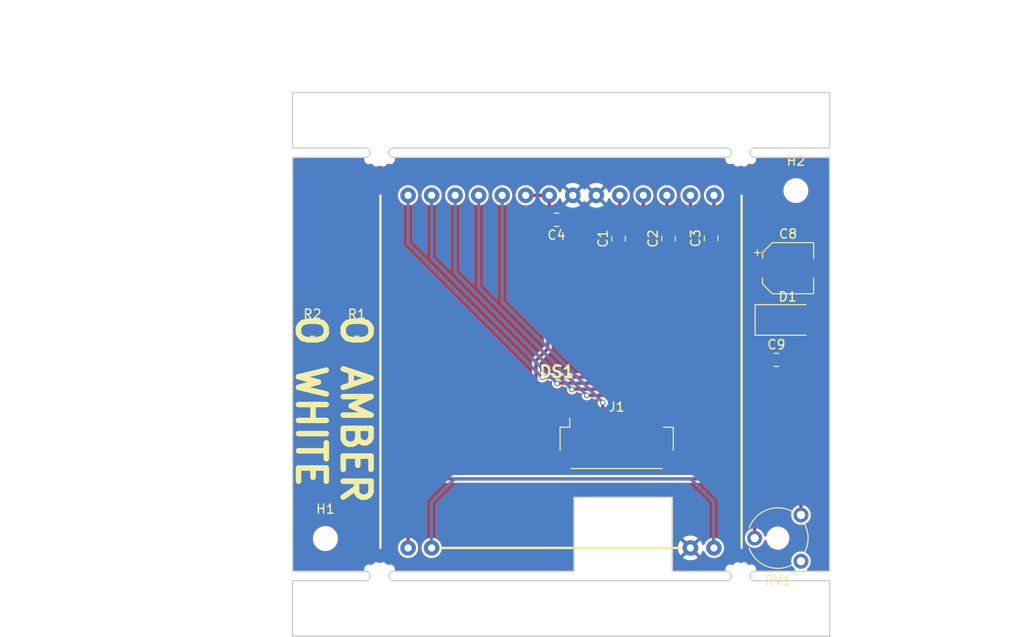
<source format=kicad_pcb>
(kicad_pcb (version 20221018) (generator pcbnew)
  (layers (0 "F.Cu" signal "Top") (31 "B.Cu" signal "Bottom") (34 "B.Paste" user) (35 "F.Paste" user) (36 "B.SilkS" user "B.Silkscreen") (37 "F.SilkS" user "F.Silkscreen") (38 "B.Mask" user) (39 "F.Mask" user) (44 "Edge.Cuts" user))
  (net 0 "")
  (net 1 "GND")
  (net 2 "+3V3")
  (net 3 "Net-(DS1-VB1+)")
  (net 4 "Net-(DS1-VB1-)")
  (net 5 "Net-(DS1-VB0-)")
  (net 6 "Net-(DS1-VB0+)")
  (net 7 "Net-(DS1-VLCD)")
  (net 8 "MOSI")
  (net 9 "SCK")
  (net 10 "LED1")
  (net 11 "Net-(DS1-NC_2)")
  (net 12 "INSTR.BEL")
  (net 13 "Net-(R1-Pad2)")
  (net 14 "D22")
  (net 15 "D23")
  (net 17 "D24")
  (net 18 "D25")
  (footprint "Capacitor_SMD:C_0805_2012Metric" (layer "F.Cu") (at 158.71 91.0375 90)
    (fp_text reference "C2" (at 0 -1.68 90) (layer "F.SilkS"))
    (fp_text value "1u")
    (fp_line (start -0.261252 -0.735) (end 0.261252 -0.735) (stroke (width 0.12)) (layer "F.SilkS"))
    (fp_line (start -0.261252 0.735) (end 0.261252 0.735) (stroke (width 0.12)) (layer "F.SilkS"))
    (pad "1" smd roundrect (at -0.95 0 90) (size 1 1.45) (layers "F.Cu" "F.Paste" "F.Mask") (net 6 "Net-(DS1-VB0+)"))
    (pad "2" smd roundrect (at 0.95 0 90) (size 1 1.45) (layers "F.Cu" "F.Paste" "F.Mask") (net 5 "Net-(DS1-VB0-)"))
  )
  (footprint "Capacitor_SMD:C_0805_2012Metric" (layer "F.Cu") (at 163.31 91 90)
    (fp_text reference "C3" (at 0 -1.68 90) (layer "F.SilkS"))
    (fp_text value "1u")
    (fp_line (start -0.261252 -0.735) (end 0.261252 -0.735) (stroke (width 0.12)) (layer "F.SilkS"))
    (fp_line (start -0.261252 0.735) (end 0.261252 0.735) (stroke (width 0.12)) (layer "F.SilkS"))
    (pad "1" smd roundrect (at -0.95 0 90) (size 1 1.45) (layers "F.Cu" "F.Paste" "F.Mask") (net 1 "GND"))
    (pad "2" smd roundrect (at 0.95 0 90) (size 1 1.45) (layers "F.Cu" "F.Paste" "F.Mask") (net 7 "Net-(DS1-VLCD)"))
  )
  (footprint "Capacitor_SMD:C_0805_2012Metric" (layer "F.Cu") (at 153.31 91.0375 90)
    (fp_text reference "C1" (at 0 -1.68 90) (layer "F.SilkS"))
    (fp_text value "1u")
    (fp_line (start -0.261252 -0.735) (end 0.261252 -0.735) (stroke (width 0.12)) (layer "F.SilkS"))
    (fp_line (start -0.261252 0.735) (end 0.261252 0.735) (stroke (width 0.12)) (layer "F.SilkS"))
    (pad "1" smd roundrect (at -0.95 0 90) (size 1 1.45) (layers "F.Cu" "F.Paste" "F.Mask") (net 4 "Net-(DS1-VB1-)"))
    (pad "2" smd roundrect (at 0.95 0 90) (size 1 1.45) (layers "F.Cu" "F.Paste" "F.Mask") (net 3 "Net-(DS1-VB1+)"))
  )
  (footprint "Capacitor_SMD:C_0805_2012Metric" (layer "F.Cu") (at 146.61 89 180)
    (fp_text reference "C4" (at 0 -1.65) (layer "F.SilkS"))
    (fp_text value "100n")
    (fp_line (start -0.258578 -0.71) (end 0.258578 -0.71) (stroke (width 0.12)) (layer "F.SilkS"))
    (fp_line (start -0.258578 0.71) (end 0.258578 0.71) (stroke (width 0.12)) (layer "F.SilkS"))
    (pad "1" smd roundrect (at -0.9375 0 180) (size 0.975 1.4) (layers "F.Cu" "F.Paste" "F.Mask") (net 1 "GND"))
    (pad "2" smd roundrect (at 0.9375 0 180) (size 0.975 1.4) (layers "F.Cu" "F.Paste" "F.Mask") (net 2 "+3V3"))
  )
  (footprint "Capacitor_SMD:CP_Elec_5x3" (layer "F.Cu") (at 171.618 94.234)
    (fp_text reference "C8" (at 0 -3.7) (layer "F.SilkS"))
    (fp_text value "22u")
    (fp_line (start -3.625 -1.685) (end -3 -1.685) (stroke (width 0.12)) (layer "F.SilkS"))
    (fp_line (start -3.3125 -1.9975) (end -3.3125 -1.3725) (stroke (width 0.12)) (layer "F.SilkS"))
    (fp_line (start -2.76 -1.695563) (end -2.76 -1.06) (stroke (width 0.12)) (layer "F.SilkS"))
    (fp_line (start -2.76 -1.695563) (end -1.695563 -2.76) (stroke (width 0.12)) (layer "F.SilkS"))
    (fp_line (start -2.76 1.695563) (end -2.76 1.06) (stroke (width 0.12)) (layer "F.SilkS"))
    (fp_line (start -2.76 1.695563) (end -1.695563 2.76) (stroke (width 0.12)) (layer "F.SilkS"))
    (fp_line (start -1.695563 -2.76) (end 2.76 -2.76) (stroke (width 0.12)) (layer "F.SilkS"))
    (fp_line (start -1.695563 2.76) (end 2.76 2.76) (stroke (width 0.12)) (layer "F.SilkS"))
    (fp_line (start 2.76 -2.76) (end 2.76 -1.06) (stroke (width 0.12)) (layer "F.SilkS"))
    (fp_line (start 2.76 2.76) (end 2.76 1.06) (stroke (width 0.12)) (layer "F.SilkS"))
    (pad "1" smd roundrect (at -2.2 0) (size 3 1.6) (layers "F.Cu" "F.Paste" "F.Mask") (roundrect_rratio 0.15625) (net 12 "INSTR.BEL"))
    (pad "2" smd roundrect (at 2.2 0) (size 3 1.6) (layers "F.Cu" "F.Paste" "F.Mask") (roundrect_rratio 0.15625) (net 1 "GND"))
  )
  (footprint "Capacitor_SMD:C_0805_2012Metric" (layer "F.Cu") (at 170.3555 104.14)
    (fp_text reference "C9" (at 0 -1.65) (layer "F.SilkS"))
    (fp_text value "100n")
    (fp_line (start -0.258578 -0.71) (end 0.258578 -0.71) (stroke (width 0.12)) (layer "F.SilkS"))
    (fp_line (start -0.258578 0.71) (end 0.258578 0.71) (stroke (width 0.12)) (layer "F.SilkS"))
    (pad "1" smd roundrect (at -0.9375 0) (size 0.975 1.4) (layers "F.Cu" "F.Paste" "F.Mask") (net 12 "INSTR.BEL"))
    (pad "2" smd roundrect (at 0.9375 0) (size 0.975 1.4) (layers "F.Cu" "F.Paste" "F.Mask") (net 1 "GND"))
  )
  (footprint "Diode_SMD:D_SMA" (layer "F.Cu") (at 171.568 99.822)
    (fp_text reference "D1" (at 0 -2.5) (layer "F.SilkS"))
    (fp_text value "SMAJ15CA")
    (fp_line (start -3.51 -1.65) (end -3.51 1.65) (stroke (width 0.12)) (layer "F.SilkS"))
    (fp_line (start -3.51 -1.65) (end 2 -1.65) (stroke (width 0.12)) (layer "F.SilkS"))
    (fp_line (start -3.51 1.65) (end 2 1.65) (stroke (width 0.12)) (layer "F.SilkS"))
    (pad "1" smd roundrect (at -2 0) (size 2.5 1.8) (layers "F.Cu" "F.Paste" "F.Mask") (roundrect_rratio 0.1388888889) (net 12 "INSTR.BEL"))
    (pad "2" smd roundrect (at 2 0) (size 2.5 1.8) (layers "F.Cu" "F.Paste" "F.Mask") (roundrect_rratio 0.1388888889) (net 1 "GND"))
  )
  (footprint "fiz-o-matic:EA-DOGS102W-6" (layer "F.Cu") (at 147.1 105.41)
    (fp_text reference "DS1" (at -0.45365 0.01496) (layer "F.SilkS") (effects (font (size 1.27 1.27) (thickness 0.254))))
    (fp_text value "EA_DOGS102W-6" hide)
    (fp_line (start -19.5 -19.05) (end -19.5 19.05) (stroke (width 0.254)) (layer "F.SilkS"))
    (fp_line (start -13 19.05) (end 13 19.05) (stroke (width 0.254)) (layer "F.SilkS"))
    (fp_line (start 19.5 -19.05) (end 19.5 19.05) (stroke (width 0.254)) (layer "F.SilkS"))
    (pad "1" thru_hole circle (at -16.51 19.05) (size 1.68 1.68) (drill 0.78) (layers "*.Cu" "*.Mask") (net 10 "LED1"))
    (pad "2" thru_hole circle (at -13.97 19.05) (size 1.68 1.68) (drill 0.78) (layers "*.Cu" "*.Mask") (net 11 "Net-(DS1-NC_2)"))
    (pad "13" thru_hole circle (at 13.97 19.05) (size 1.68 1.68) (drill 0.78) (layers "*.Cu" "*.Mask") (net 1 "GND"))
    (pad "14" thru_hole circle (at 16.51 19.05) (size 1.68 1.68) (drill 0.78) (layers "*.Cu" "*.Mask") (net 11 "Net-(DS1-NC_2)"))
    (pad "15" thru_hole circle (at 16.51 -19.05) (size 1.68 1.68) (drill 0.78) (layers "*.Cu" "*.Mask") (net 7 "Net-(DS1-VLCD)"))
    (pad "16" thru_hole circle (at 13.97 -19.05) (size 1.68 1.68) (drill 0.78) (layers "*.Cu" "*.Mask") (net 4 "Net-(DS1-VB1-)"))
    (pad "17" thru_hole circle (at 11.43 -19.05) (size 1.68 1.68) (drill 0.78) (layers "*.Cu" "*.Mask") (net 5 "Net-(DS1-VB0-)"))
    (pad "18" thru_hole circle (at 8.89 -19.05) (size 1.68 1.68) (drill 0.78) (layers "*.Cu" "*.Mask") (net 6 "Net-(DS1-VB0+)"))
    (pad "19" thru_hole circle (at 6.35 -19.05) (size 1.68 1.68) (drill 0.78) (layers "*.Cu" "*.Mask") (net 3 "Net-(DS1-VB1+)"))
    (pad "20" thru_hole circle (at 3.81 -19.05) (size 1.68 1.68) (drill 0.78) (layers "*.Cu" "*.Mask") (net 1 "GND"))
    (pad "21" thru_hole circle (at 1.27 -19.05) (size 1.68 1.68) (drill 0.78) (layers "*.Cu" "*.Mask") (net 1 "GND"))
    (pad "22" thru_hole circle (at -1.27 -19.05) (size 1.68 1.68) (drill 0.78) (layers "*.Cu" "*.Mask") (net 2 "+3V3"))
    (pad "23" thru_hole circle (at -3.81 -19.05) (size 1.68 1.68) (drill 0.78) (layers "*.Cu" "*.Mask") (net 2 "+3V3"))
    (pad "24" thru_hole circle (at -6.35 -19.05) (size 1.68 1.68) (drill 0.78) (layers "*.Cu" "*.Mask") (net 8 "MOSI"))
    (pad "25" thru_hole circle (at -8.89 -19.05) (size 1.68 1.68) (drill 0.78) (layers "*.Cu" "*.Mask") (net 9 "SCK"))
    (pad "26" thru_hole circle (at -11.43 -19.05) (size 1.68 1.68) (drill 0.78) (layers "*.Cu" "*.Mask") (net 14 "D22"))
    (pad "27" thru_hole circle (at -13.97 -19.05) (size 1.68 1.68) (drill 0.78) (layers "*.Cu" "*.Mask") (net 15 "D23"))
    (pad "28" thru_hole circle (at -16.51 -19.05) (size 1.68 1.68) (drill 0.78) (layers "*.Cu" "*.Mask") (net 17 "D24"))
  )
  (footprint "Potentiometer_THT:Potentiometer_Piher_PT-6-V_Vertical_Hole" (layer "F.Cu") (at 173.01 120.9 180)
    (fp_text reference "RV1" (at 2.5 -7.06 180) (layer "F.SilkS"))
    (fp_text value "2.5k")
    (fp_arc (start -0.413387 -1.014798) (mid -0.770114 -2.499325) (end -0.414 -3.984) (stroke (width 0.12)) (layer "F.SilkS"))
    (fp_arc (start 1.016032 -5.413829) (mid 3.725524 -5.531609) (end 5.592 -3.564) (stroke (width 0.12)) (layer "F.SilkS"))
    (fp_arc (start 2.556863 0.770075) (mid 1.764071 0.686696) (end 1.015 0.414) (stroke (width 0.12)) (layer "F.SilkS"))
    (fp_arc (start 5.591846 -1.435392) (mid 4.398899 0.162158) (end 2.5 0.77) (stroke (width 0.12)) (layer "F.SilkS"))
    (pad "" np_thru_hole circle (at 2.5 -2.5 180) (size 2 2) (drill 2) (layers "*.Cu" "*.Mask"))
    (pad "1" thru_hole circle (at 0 0 180) (size 1.62 1.62) (drill 0.9) (layers "*.Cu" "*.Mask") (net 12 "INSTR.BEL"))
    (pad "2" thru_hole circle (at 5 -2.5 180) (size 1.62 1.62) (drill 0.9) (layers "*.Cu" "*.Mask") (net 13 "Net-(R1-Pad2)"))
    (pad "3" thru_hole circle (at 0 -5 180) (size 1.62 1.62) (drill 0.9) (layers "*.Cu" "*.Mask"))
  )
  (footprint "MountingHole:MountingHole_2.2mm_M2" (layer "F.Cu") (at 172.46 85.85)
    (fp_text reference "H2" (at 0 -3.2) (layer "F.SilkS"))
    (fp_text value "MountingHole")
    (pad "" np_thru_hole circle (at 0 0) (size 2.2 2.2) (drill 2.2) (layers "*.Cu" "*.Mask"))
  )
  (footprint "MountingHole:MountingHole_2.2mm_M2" (layer "F.Cu") (at 121.66 123.45)
    (fp_text reference "H1" (at 0 -3.2) (layer "F.SilkS"))
    (fp_text value "MountingHole")
    (pad "" np_thru_hole circle (at 0 0) (size 2.2 2.2) (drill 2.2) (layers "*.Cu" "*.Mask"))
  )
  (footprint "Resistor_SMD:R_0805_2012Metric" (layer "F.Cu") (at 125.06 100.85)
    (fp_text reference "R1" (at 0 -1.65) (layer "F.SilkS"))
    (fp_text value "1k")
    (fp_line (start -0.227064 -0.735) (end 0.227064 -0.735) (stroke (width 0.12)) (layer "F.SilkS"))
    (fp_line (start -0.227064 0.735) (end 0.227064 0.735) (stroke (width 0.12)) (layer "F.SilkS"))
    (pad "1" smd roundrect (at -0.9125 0) (size 1.025 1.4) (layers "F.Cu" "F.Paste" "F.Mask") (roundrect_rratio 0.243902) (net 10 "LED1"))
    (pad "2" smd roundrect (at 0.9125 0) (size 1.025 1.4) (layers "F.Cu" "F.Paste" "F.Mask") (roundrect_rratio 0.243902) (net 13 "Net-(R1-Pad2)"))
  )
  (footprint "fiz-o-matic:mouse-bite-1mm-slot" (layer "F.Cu") (at 166.51 81.75)
    (fp_text reference "H4" hide)
    (fp_text value "MouseBite" hide)
    (fp_arc (start -1.5 -0.5) (mid -1 0) (end -1.5 0.5) (stroke (width 0.1)) (layer "F.SilkS"))
    (fp_arc (start 1.5 0.5) (mid 1 0) (end 1.5 -0.5) (stroke (width 0.1)) (layer "F.SilkS"))
    (pad "" np_thru_hole circle (at -1.15 0.75) (size 0.5 0.5) (drill 0.5) (layers "*.Cu" "*.Mask"))
    (pad "" np_thru_hole circle (at -0.35 1) (size 0.5 0.5) (drill 0.5) (layers "*.Cu" "*.Mask"))
    (pad "" np_thru_hole circle (at 0.35 1) (size 0.5 0.5) (drill 0.5) (layers "*.Cu" "*.Mask"))
    (pad "" np_thru_hole circle (at 1.15 0.75) (size 0.5 0.5) (drill 0.5) (layers "*.Cu" "*.Mask"))
  )
  (footprint "fiz-o-matic:mouse-bite-1mm-slot" (layer "F.Cu") (at 127.51 81.75)
    (fp_text reference "H3" hide)
    (fp_text value "MouseBite" hide)
    (fp_arc (start -1.5 -0.5) (mid -1 0) (end -1.5 0.5) (stroke (width 0.1)) (layer "F.SilkS"))
    (fp_arc (start 1.5 0.5) (mid 1 0) (end 1.5 -0.5) (stroke (width 0.1)) (layer "F.SilkS"))
    (pad "" np_thru_hole circle (at -1.15 0.75) (size 0.5 0.5) (drill 0.5) (layers "*.Cu" "*.Mask"))
    (pad "" np_thru_hole circle (at -0.35 1) (size 0.5 0.5) (drill 0.5) (layers "*.Cu" "*.Mask"))
    (pad "" np_thru_hole circle (at 0.35 1) (size 0.5 0.5) (drill 0.5) (layers "*.Cu" "*.Mask"))
    (pad "" np_thru_hole circle (at 1.15 0.75) (size 0.5 0.5) (drill 0.5) (layers "*.Cu" "*.Mask"))
  )
  (footprint "fiz-o-matic:mouse-bite-1mm-slot" (layer "F.Cu") (at 166.51 127.5 180)
    (fp_text reference "H6" hide)
    (fp_text value "MouseBite" hide)
    (fp_arc (start -1.5 -0.5) (mid -1 0) (end -1.5 0.5) (stroke (width 0.1)) (layer "F.SilkS"))
    (fp_arc (start 1.5 0.5) (mid 1 0) (end 1.5 -0.5) (stroke (width 0.1)) (layer "F.SilkS"))
    (pad "" np_thru_hole circle (at -1.15 0.75 180) (size 0.5 0.5) (drill 0.5) (layers "*.Cu" "*.Mask"))
    (pad "" np_thru_hole circle (at -0.35 1 180) (size 0.5 0.5) (drill 0.5) (layers "*.Cu" "*.Mask"))
    (pad "" np_thru_hole circle (at 0.35 1 180) (size 0.5 0.5) (drill 0.5) (layers "*.Cu" "*.Mask"))
    (pad "" np_thru_hole circle (at 1.15 0.75 180) (size 0.5 0.5) (drill 0.5) (layers "*.Cu" "*.Mask"))
  )
  (footprint "Resistor_SMD:R_0805_2012Metric" (layer "F.Cu") (at 120.26 100.85)
    (fp_text reference "R2" (at 0 -1.65) (layer "F.SilkS"))
    (fp_text value "560")
    (fp_line (start -0.227064 -0.735) (end 0.227064 -0.735) (stroke (width 0.12)) (layer "F.SilkS"))
    (fp_line (start -0.227064 0.735) (end 0.227064 0.735) (stroke (width 0.12)) (layer "F.SilkS"))
    (pad "1" smd roundrect (at -0.9125 0) (size 1.025 1.4) (layers "F.Cu" "F.Paste" "F.Mask") (roundrect_rratio 0.243902) (net 10 "LED1"))
    (pad "2" smd roundrect (at 0.9125 0) (size 1.025 1.4) (layers "F.Cu" "F.Paste" "F.Mask") (roundrect_rratio 0.243902) (net 13 "Net-(R1-Pad2)"))
  )
  (footprint "Connector_JST:JST_SH_SM10B-SRSS-TB_1x10-1MP_P1.00mm_Horizontal" (layer "F.Cu") (at 153.11 113.2)
    (fp_text reference "J1" (at 0 -3.98) (layer "F.SilkS"))
    (fp_text value "Conn_01x10_MountingPin")
    (fp_line (start -6.11 -1.785) (end -5.06 -1.785) (stroke (width 0.12)) (layer "F.SilkS"))
    (fp_line (start -6.11 0.715) (end -6.11 -1.785) (stroke (width 0.12)) (layer "F.SilkS"))
    (fp_line (start -5.06 -1.785) (end -5.06 -2.775) (stroke (width 0.12)) (layer "F.SilkS"))
    (fp_line (start -4.94 2.685) (end 4.94 2.685) (stroke (width 0.12)) (layer "F.SilkS"))
    (fp_line (start 6.11 -1.785) (end 5.06 -1.785) (stroke (width 0.12)) (layer "F.SilkS"))
    (fp_line (start 6.11 0.715) (end 6.11 -1.785) (stroke (width 0.12)) (layer "F.SilkS"))
    (pad "1" smd roundrect (at -4.5 -2) (size 0.6 1.55) (layers "F.Cu" "F.Paste" "F.Mask") (net 2 "+3V3"))
    (pad "2" smd roundrect (at -3.5 -2) (size 0.6 1.55) (layers "F.Cu" "F.Paste" "F.Mask") (net 1 "GND"))
    (pad "3" smd roundrect (at -2.5 -2) (size 0.6 1.55) (layers "F.Cu" "F.Paste" "F.Mask"))
    (pad "4" smd roundrect (at -1.5 -2) (size 0.6 1.55) (layers "F.Cu" "F.Paste" "F.Mask") (net 8 "MOSI"))
    (pad "5" smd roundrect (at -0.5 -2) (size 0.6 1.55) (layers "F.Cu" "F.Paste" "F.Mask") (net 9 "SCK"))
    (pad "6" smd roundrect (at 0.5 -2) (size 0.6 1.55) (layers "F.Cu" "F.Paste" "F.Mask") (net 14 "D22"))
    (pad "7" smd roundrect (at 1.5 -2) (size 0.6 1.55) (layers "F.Cu" "F.Paste" "F.Mask") (net 15 "D23"))
    (pad "8" smd roundrect (at 2.5 -2) (size 0.6 1.55) (layers "F.Cu" "F.Paste" "F.Mask") (net 17 "D24"))
    (pad "9" smd roundrect (at 3.5 -2) (size 0.6 1.55) (layers "F.Cu" "F.Paste" "F.Mask") (net 18 "D25"))
    (pad "10" smd roundrect (at 4.5 -2) (size 0.6 1.55) (layers "F.Cu" "F.Paste" "F.Mask") (net 12 "INSTR.BEL"))
    (pad "MP" smd roundrect (at -5.8 1.875) (size 1.2 1.8) (layers "F.Cu" "F.Paste" "F.Mask") (roundrect_rratio 0.208333) (net 1 "GND"))
    (pad "MP" smd roundrect (at 5.8 1.875) (size 1.2 1.8) (layers "F.Cu" "F.Paste" "F.Mask") (roundrect_rratio 0.208333) (net 1 "GND"))
  )
  (footprint "fiz-o-matic:mouse-bite-1mm-slot" (layer "F.Cu") (at 127.51 127.5 180)
    (fp_text reference "H5" hide)
    (fp_text value "MouseBite" hide)
    (fp_arc (start -1.5 -0.5) (mid -1 0) (end -1.5 0.5) (stroke (width 0.1)) (layer "F.SilkS"))
    (fp_arc (start 1.5 0.5) (mid 1 0) (end 1.5 -0.5) (stroke (width 0.1)) (layer "F.SilkS"))
    (pad "" np_thru_hole circle (at -1.15 0.75 180) (size 0.5 0.5) (drill 0.5) (layers "*.Cu" "*.Mask"))
    (pad "" np_thru_hole circle (at -0.35 1 180) (size 0.5 0.5) (drill 0.5) (layers "*.Cu" "*.Mask"))
    (pad "" np_thru_hole circle (at 0.35 1 180) (size 0.5 0.5) (drill 0.5) (layers "*.Cu" "*.Mask"))
    (pad "" np_thru_hole circle (at 1.15 0.75 180) (size 0.5 0.5) (drill 0.5) (layers "*.Cu" "*.Mask"))
  )
  (gr_arc (start 168.01 82.252493) (mid 167.507507 81.75) (end 168.01 81.247507) (stroke (width 0.15)) (layer "Edge.Cuts"))
  (gr_line (start 159.11 127) (end 159.11 119) (stroke (width 0.15)) (layer "Edge.Cuts"))
  (gr_arc (start 165.01 81.25) (mid 165.51 81.75) (end 165.01 82.25) (stroke (width 0.15)) (layer "Edge.Cuts"))
  (gr_arc (start 129.01 128) (mid 128.51 127.5) (end 129.01 127) (stroke (width 0.15)) (layer "Edge.Cuts"))
  (gr_line (start 159.11 127) (end 165.01 127) (stroke (width 0.15)) (layer "Edge.Cuts"))
  (gr_arc (start 129.01 82.25) (mid 128.51 81.75) (end 129.01 81.25) (stroke (width 0.15)) (layer "Edge.Cuts"))
  (gr_line (start 176.11 82.25) (end 168.01 82.252493) (stroke (width 0.15)) (layer "Edge.Cuts"))
  (gr_line (start 129.01 128) (end 165.01 128) (stroke (width 0.15)) (layer "Edge.Cuts"))
  (gr_line (start 176.11 81.25) (end 176.11 75.25) (stroke (width 0.15)) (layer "Edge.Cuts"))
  (gr_line (start 118.11 127) (end 118.11 82.25) (stroke (width 0.15)) (layer "Edge.Cuts"))
  (gr_line (start 148.51 119) (end 148.51 127) (stroke (width 0.15)) (layer "Edge.Cuts"))
  (gr_line (start 118.11 128) (end 126.01 128) (stroke (width 0.15)) (layer "Edge.Cuts"))
  (gr_line (start 176.11 75.25) (end 118.11 75.25) (stroke (width 0.15)) (layer "Edge.Cuts"))
  (gr_line (start 118.11 127) (end 126.01 127) (stroke (width 0.15)) (layer "Edge.Cuts"))
  (gr_line (start 168.01 128) (end 176.11 128) (stroke (width 0.15)) (layer "Edge.Cuts"))
  (gr_arc (start 165.01 127) (mid 165.51 127.5) (end 165.01 128) (stroke (width 0.15)) (layer "Edge.Cuts"))
  (gr_line (start 129.01 82.25) (end 165.01 82.25) (stroke (width 0.15)) (layer "Edge.Cuts"))
  (gr_line (start 126.01 82.25) (end 118.11 82.25) (stroke (width 0.15)) (layer "Edge.Cuts"))
  (gr_line (start 159.11 119) (end 148.51 119) (stroke (width 0.15)) (layer "Edge.Cuts"))
  (gr_line (start 118.11 81.25) (end 126.01 81.25) (stroke (width 0.15)) (layer "Edge.Cuts"))
  (gr_arc (start 126.01 81.25) (mid 126.51 81.75) (end 126.01 82.25) (stroke (width 0.15)) (layer "Edge.Cuts"))
  (gr_line (start 176.11 134) (end 118.11 134) (stroke (width 0.15)) (layer "Edge.Cuts"))
  (gr_line (start 129.01 81.25) (end 165.01 81.25) (stroke (width 0.15)) (layer "Edge.Cuts"))
  (gr_line (start 176.11 128) (end 176.11 134) (stroke (width 0.15)) (layer "Edge.Cuts"))
  (gr_arc (start 168.01 128) (mid 167.51 127.5) (end 168.01 127) (stroke (width 0.15)) (layer "Edge.Cuts"))
  (gr_arc (start 126.01 127) (mid 126.51 127.5) (end 126.01 128) (stroke (width 0.15)) (layer "Edge.Cuts"))
  (gr_line (start 129.01 127) (end 148.51 127) (stroke (width 0.15)) (layer "Edge.Cuts"))
  (gr_line (start 118.11 75.25) (end 118.11 81.25) (stroke (width 0.15)) (layer "Edge.Cuts"))
  (gr_line (start 176.11 127) (end 176.11 82.25) (stroke (width 0.15)) (layer "Edge.Cuts"))
  (gr_line (start 168.01 127) (end 176.11 127) (stroke (width 0.15)) (layer "Edge.Cuts"))
  (gr_line (start 168.01 81.247507) (end 176.11 81.25) (stroke (width 0.15)) (layer "Edge.Cuts"))
  (gr_line (start 118.11 134) (end 118.11 128) (stroke (width 0.15)) (layer "Edge.Cuts"))
  (gr_text "DOGS102_v0.12" (at 120.86 83 270) (layer "F.Cu") (effects (font (size 1.2065 1.2065) (thickness 0.1016)) (justify left top)))
  (gr_text "O AMBER\nO WHITE" (at 118.36 99 270) (layer "F.SilkS") (effects (font (size 3 3) (thickness 0.6) bold) (justify left bottom)))
  (segment (start 145.6725 87.7375) (end 145.83 87.58) (width 0.35) (layer "F.Cu") (net 2))
  (segment (start 144.400808 104.209192) (end 144.400808 107.540808) (width 0.35) (layer "F.Cu") (net 2))
  (segment (start 145.83 86.36) (end 143.29 86.36) (width 0.35) (layer "F.Cu") (net 2))
  (segment (start 145.6725 89) (end 145.6725 87.7375) (width 0.35) (layer "F.Cu") (net 2))
  (segment (start 145.83 87.58) (end 145.83 86.36) (width 0.35) (layer "F.Cu") (net 2))
  (segment (start 145.6725 89) (end 145.6725 102.9375) (width 0.35) (layer "F.Cu") (net 2))
  (segment (start 144.400808 107.540808) (end 145.61 108.75) (width 0.35) (layer "F.Cu") (net 2))
  (segment (start 148.61 111.2) (end 148.61 110.25) (width 0.35) (layer "F.Cu") (net 2))
  (segment (start 147.11 108.75) (end 148.61 110.25) (width 0.35) (layer "F.Cu") (net 2))
  (segment (start 145.61 108.75) (end 147.11 108.75) (width 0.35) (layer "F.Cu") (net 2))
  (segment (start 145.6725 102.9375) (end 144.400808 104.209192) (width 0.35) (layer "F.Cu") (net 2))
  (segment (start 153.45 88.66) (end 153.31 88.8) (width 0.35) (layer "F.Cu") (net 3))
  (segment (start 153.45 86.36) (end 153.45 88.66) (width 0.35) (layer "F.Cu") (net 3))
  (segment (start 153.31 90.0875) (end 153.31 88.8) (width 0.35) (layer "F.Cu") (net 3))
  (segment (start 153.31 93.2) (end 153.31 91.9875) (width 0.35) (layer "F.Cu") (net 4))
  (segment (start 154.11 94) (end 153.31 93.2) (width 0.35) (layer "F.Cu") (net 4))
  (segment (start 160.11 94) (end 154.11 94) (width 0.35) (layer "F.Cu") (net 4))
  (segment (start 161.07 93.04) (end 160.11 94) (width 0.35) (layer "F.Cu") (net 4))
  (segment (start 161.07 86.36) (end 161.07 93.04) (width 0.35) (layer "F.Cu") (net 4))
  (segment (start 158.71 90.0875) (end 158.71 88.6) (width 0.35) (layer "F.Cu") (net 5))
  (segment (start 158.53 88.42) (end 158.53 86.36) (width 0.35) (layer "F.Cu") (net 5))
  (segment (start 158.71 88.6) (end 158.53 88.42) (width 0.35) (layer "F.Cu") (net 5))
  (segment (start 155.99 86.36) (end 155.99 91.38) (width 0.35) (layer "F.Cu") (net 6))
  (segment (start 156.6225 91.9875) (end 158.71 91.9875) (width 0.35) (layer "F.Cu") (net 6))
  (segment (start 155.99 91.38) (end 156.61 92) (width 0.35) (layer "F.Cu") (net 6))
  (segment (start 156.61 92) (end 156.6225 91.9875) (width 0.35) (layer "F.Cu") (net 6))
  (segment (start 163.31 88.3) (end 163.61 88) (width 0.35) (layer "F.Cu") (net 7))
  (segment (start 163.31 90.05) (end 163.31 88.3) (width 0.35) (layer "F.Cu") (net 7))
  (segment (start 163.61 86.36) (end 163.61 88) (width 0.35) (layer "F.Cu") (net 7))
  (segment (start 151.61 108.75) (end 151.61 111.2) (width 0.35) (layer "F.Cu") (net 8))
  (via (at 151.61 108.75) (size 0.6) (drill 0.4) (layers "F.Cu" "B.Cu") (net 8))
  (segment (start 140.75 86.36) (end 140.75 97.89) (width 0.35) (layer "B.Cu") (net 8))
  (segment (start 140.75 97.89) (end 151.61 108.75) (width 0.35) (layer "B.Cu") (net 8))
  (segment (start 149.882702 107.977298) (end 151.791893 107.977298) (width 0.35) (layer "F.Cu") (net 9))
  (segment (start 152.61 108.795405) (end 152.61 111.2) (width 0.35) (layer "F.Cu") (net 9))
  (segment (start 151.791893 107.977298) (end 152.61 108.795405) (width 0.35) (layer "F.Cu") (net 9))
  (via (at 149.882702 107.977298) (size 0.6) (drill 0.4) (layers "F.Cu" "B.Cu") (net 9))
  (segment (start 138.21 96.304596) (end 149.882702 107.977298) (width 0.35) (layer "B.Cu") (net 9))
  (segment (start 138.21 86.36) (end 138.21 96.304596) (width 0.35) (layer "B.Cu") (net 9))
  (segment (start 128.11 103) (end 124.11 103) (width 0.35) (layer "F.Cu") (net 10))
  (segment (start 119.3475 102.2375) (end 119.3475 100.85) (width 0.35) (layer "F.Cu") (net 10))
  (segment (start 124.11 103) (end 120.11 103) (width 0.35) (layer "F.Cu") (net 10))
  (segment (start 120.11 103) (end 119.3475 102.2375) (width 0.35) (layer "F.Cu") (net 10))
  (segment (start 130.59 105.48) (end 128.11 103) (width 0.35) (layer "F.Cu") (net 10))
  (segment (start 124.1475 102.9625) (end 124.11 103) (width 0.35) (layer "F.Cu") (net 10))
  (segment (start 124.1475 100.85) (end 124.1475 102.9625) (width 0.35) (layer "F.Cu") (net 10))
  (segment (start 130.59 124.46) (end 130.59 105.48) (width 0.35) (layer "F.Cu") (net 10))
  (segment (start 163.576 119.466) (end 161.11 117) (width 0.35) (layer "B.Cu") (net 11))
  (segment (start 133.096 119.514) (end 133.096 124.46) (width 0.35) (layer "B.Cu") (net 11))
  (segment (start 163.576 124.46) (end 163.576 119.466) (width 0.35) (layer "B.Cu") (net 11))
  (segment (start 135.61 117) (end 133.096 119.514) (width 0.35) (layer "B.Cu") (net 11))
  (segment (start 161.11 117) (end 135.61 117) (width 0.35) (layer "B.Cu") (net 11))
  (segment (start 157.61 111.2) (end 157.61 109.5) (width 0.35) (layer "F.Cu") (net 12))
  (segment (start 169.418 113.808) (end 173.01 117.4) (width 0.35) (layer "F.Cu") (net 12))
  (segment (start 169.418 108.5) (end 169.418 113.808) (width 0.35) (layer "F.Cu") (net 12))
  (segment (start 169.418 99.822) (end 169.418 104.14) (width 0.35) (layer "F.Cu") (net 12))
  (segment (start 169.418 104.14) (end 169.418 108.5) (width 0.35) (layer "F.Cu") (net 12))
  (segment (start 157.61 109.5) (end 158.61 108.5) (width 0.35) (layer "F.Cu") (net 12))
  (segment (start 173.01 117.4) (end 173.01 120.9) (width 0.35) (layer "F.Cu") (net 12))
  (segment (start 169.418 94.234) (end 169.418 99.822) (width 0.35) (layer "F.Cu") (net 12))
  (segment (start 158.61 108.5) (end 169.418 108.5) (width 0.35) (layer "F.Cu") (net 12))
  (segment (start 121.1725 98.9375) (end 121.61 98.5) (width 0.35) (layer "F.Cu") (net 13))
  (segment (start 131.14 100.53) (end 129.11 98.5) (width 0.35) (layer "F.Cu") (net 13))
  (segment (start 121.1725 100.85) (end 121.1725 98.9375) (width 0.35) (layer "F.Cu") (net 13))
  (segment (start 132.61 117) (end 131.14 115.53) (width 0.35) (layer "F.Cu") (net 13))
  (segment (start 129.11 98.5) (end 125.966825 98.5) (width 0.35) (layer "F.Cu") (net 13))
  (segment (start 164.61 117) (end 132.61 117) (width 0.35) (layer "F.Cu") (net 13))
  (segment (start 121.61 98.5) (end 125.966825 98.5) (width 0.35) (layer "F.Cu") (net 13))
  (segment (start 131.14 115.53) (end 131.14 100.53) (width 0.35) (layer "F.Cu") (net 13))
  (segment (start 168.01 120.4) (end 164.61 117) (width 0.35) (layer "F.Cu") (net 13))
  (segment (start 168.01 123.4) (end 168.01 120.4) (width 0.35) (layer "F.Cu") (net 13))
  (segment (start 125.9725 98.505675) (end 125.966825 98.5) (width 0.35) (layer "F.Cu") (net 13))
  (segment (start 125.9725 100.85) (end 125.9725 98.505675) (width 0.35) (layer "F.Cu") (net 13))
  (segment (start 153.61 109.017587) (end 153.61 111.2) (width 0.35) (layer "F.Cu") (net 14))
  (segment (start 151.894711 107.302298) (end 153.61 109.017587) (width 0.35) (layer "F.Cu") (net 14))
  (segment (start 148.307702 107.302298) (end 151.894711 107.302298) (width 0.35) (layer "F.Cu") (net 14))
  (segment (start 148.280404 107.329596) (end 148.307702 107.302298) (width 0.35) (layer "F.Cu") (net 14))
  (via (at 148.280404 107.329596) (size 0.6) (drill 0.4) (layers "F.Cu" "B.Cu") (net 14))
  (segment (start 135.67 86.36) (end 135.67 94.719192) (width 0.35) (layer "B.Cu") (net 14))
  (segment (start 135.67 94.719192) (end 148.280404 107.329596) (width 0.35) (layer "B.Cu") (net 14))
  (segment (start 146.678106 106.681894) (end 146.955404 106.654596) (width 0.35) (layer "F.Cu") (net 15))
  (segment (start 152.024827 106.654596) (end 154.61 109.239769) (width 0.35) (layer "F.Cu") (net 15))
  (segment (start 154.61 109.239769) (end 154.61 111.2) (width 0.35) (layer "F.Cu") (net 15))
  (segment (start 146.955404 106.654596) (end 152.024827 106.654596) (width 0.35) (layer "F.Cu") (net 15))
  (via (at 146.678106 106.681894) (size 0.6) (drill 0.4) (layers "F.Cu" "B.Cu") (net 15))
  (segment (start 133.13 93.133788) (end 146.678106 106.681894) (width 0.35) (layer "B.Cu") (net 15))
  (segment (start 133.13 86.36) (end 133.13 93.133788) (width 0.35) (layer "B.Cu") (net 15))
  (segment (start 145.353106 106.006894) (end 152.154943 106.006894) (width 0.35) (layer "F.Cu") (net 17))
  (segment (start 155.61 109.461951) (end 155.61 111.2) (width 0.35) (layer "F.Cu") (net 17))
  (segment (start 145.075808 106.034192) (end 145.353106 106.006894) (width 0.35) (layer "F.Cu") (net 17))
  (segment (start 152.154943 106.006894) (end 155.61 109.461951) (width 0.35) (layer "F.Cu") (net 17))
  (via (at 145.075808 106.034192) (size 0.6) (drill 0.4) (layers "F.Cu" "B.Cu") (net 17))
  (segment (start 130.59 91.548384) (end 145.075808 106.034192) (width 0.35) (layer "B.Cu") (net 17))
  (segment (start 130.59 86.36) (end 130.59 91.548384) (width 0.35) (layer "B.Cu") (net 17))
  (zone (net 1) (net_name "GND") (layer "F.Cu") (connect_pads thru_hole_only (clearance 0.254)) (min_thickness 0.25) (fill yes (thermal_gap 0.5) (thermal_bridge_width 0.35))
    (polygon (pts (xy 176.022 127) (xy 118.11 127) (xy 118.11 82.296) (xy 176.022 82.296)))
  )
  (zone (net 1) (net_name "GND") (layer "B.Cu") (priority 1) (connect_pads thru_hole_only (clearance 0.254)) (min_thickness 0.25) (fill yes (thermal_gap 0.5) (thermal_bridge_width 0.35))
    (polygon (pts (xy 118.11 127) (xy 176.11 127) (xy 176.11 82.2) (xy 118.11 82.2)))
  )
)
</source>
